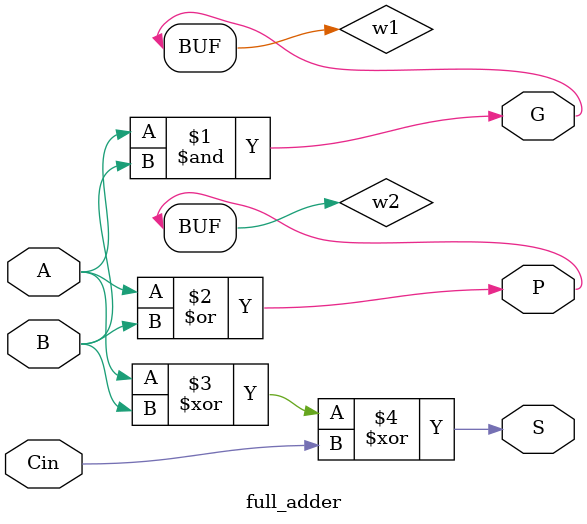
<source format=v>
module full_adder(S, G, P, A, B, Cin);
    input A, B, Cin;
    output S, G, P; 
    wire w1, w2, w3; 


    and A_and_B(w1, A, B); 
    or AorB(w2, A, B); 

    xor sumResult(S, A, B, Cin); 
    assign P = w2; 
    assign G = w1;



    // initial begin
    //     #50; 
    //     $display("A: %b, B: %b, Cin: %b, Result: %b", A, B, Cin, S); 

    //     $finish; 
    // end

endmodule
</source>
